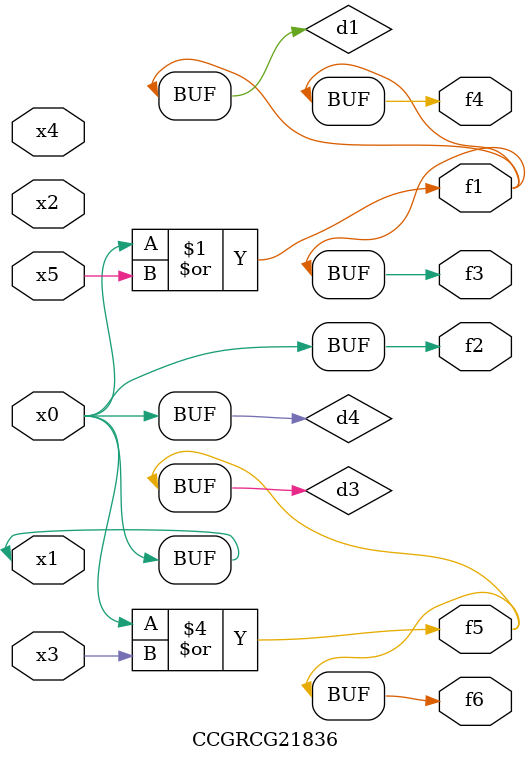
<source format=v>
module CCGRCG21836(
	input x0, x1, x2, x3, x4, x5,
	output f1, f2, f3, f4, f5, f6
);

	wire d1, d2, d3, d4;

	or (d1, x0, x5);
	xnor (d2, x1, x4);
	or (d3, x0, x3);
	buf (d4, x0, x1);
	assign f1 = d1;
	assign f2 = d4;
	assign f3 = d1;
	assign f4 = d1;
	assign f5 = d3;
	assign f6 = d3;
endmodule

</source>
